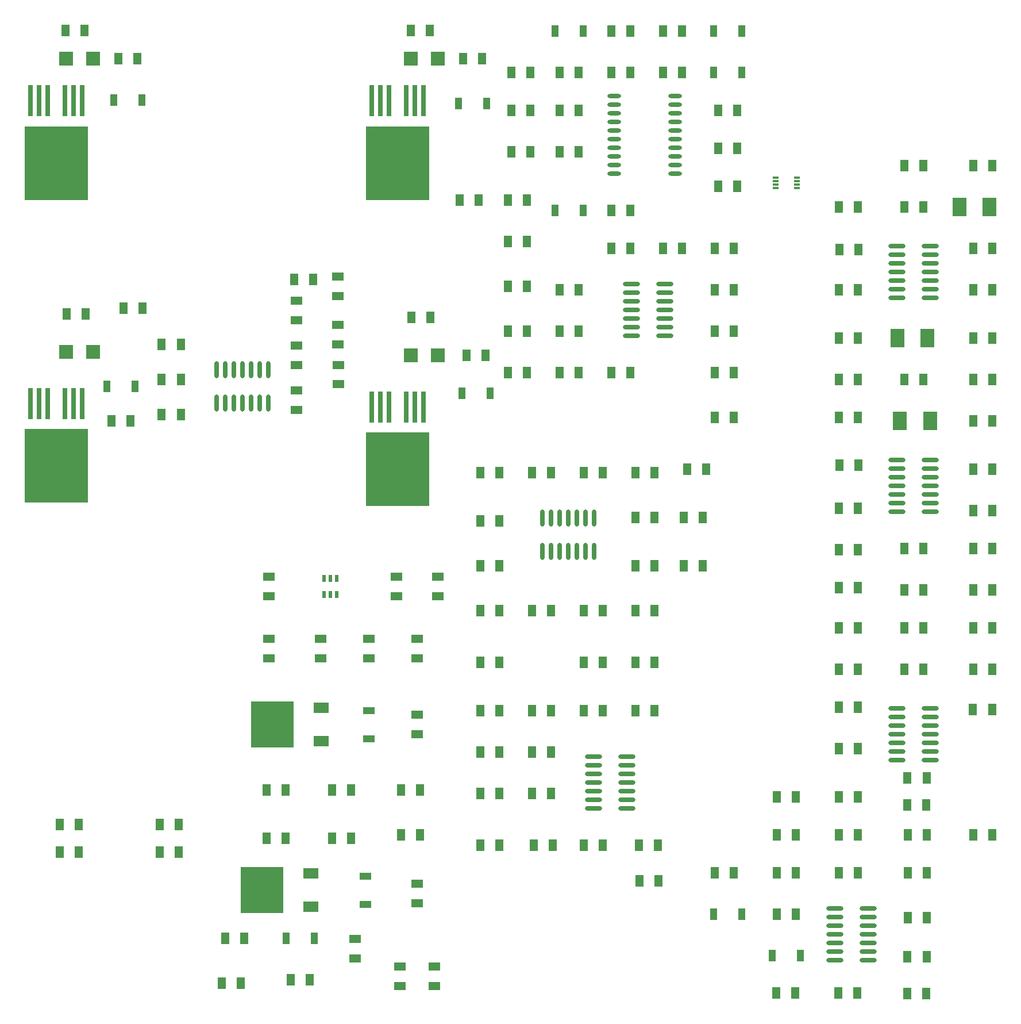
<source format=gtp>
G04*
G04 #@! TF.GenerationSoftware,Altium Limited,Altium Designer,18.0.7 (293)*
G04*
G04 Layer_Color=8421504*
%FSLAX44Y44*%
%MOMM*%
G71*
G01*
G75*
%ADD20R,1.2700X1.7780*%
%ADD21R,0.5500X1.1000*%
%ADD22R,6.2230X6.7310*%
%ADD23R,2.2606X1.5240*%
%ADD24O,2.5000X0.7000*%
%ADD25O,0.7000X2.5000*%
%ADD26O,2.0000X0.6000*%
%ADD27R,0.8500X0.3000*%
%ADD28R,1.7780X1.2700*%
%ADD29R,9.4000X10.8000*%
%ADD30R,0.8000X4.6000*%
%ADD31R,1.1200X1.7200*%
%ADD32R,2.1590X2.7432*%
%ADD33R,1.7200X1.1200*%
%ADD34R,2.0000X2.0000*%
D20*
X1263680Y218440D02*
D03*
X1235680D02*
D03*
X1263680Y274320D02*
D03*
X1235680D02*
D03*
X942140Y206580D02*
D03*
X970140D02*
D03*
X1365280Y274320D02*
D03*
X1337280D02*
D03*
X1336994Y358159D02*
D03*
X1364994D02*
D03*
X1364398Y318286D02*
D03*
X1336398D02*
D03*
X1433490Y458899D02*
D03*
X1461490D02*
D03*
X1337280Y152400D02*
D03*
X1365280D02*
D03*
X1364978Y95068D02*
D03*
X1336978D02*
D03*
X1461800Y274320D02*
D03*
X1433800D02*
D03*
X1337280Y218440D02*
D03*
X1365280D02*
D03*
X1144240Y274320D02*
D03*
X1172240D02*
D03*
X1360200Y518160D02*
D03*
X1332200D02*
D03*
X1235680Y401320D02*
D03*
X1263680D02*
D03*
Y518160D02*
D03*
X1235680D02*
D03*
X1143466Y41185D02*
D03*
X1171466D02*
D03*
X1336774Y40577D02*
D03*
X1364774D02*
D03*
X1234758Y41241D02*
D03*
X1262757D02*
D03*
X1263680Y579120D02*
D03*
X1235680D02*
D03*
X1172240Y218440D02*
D03*
X1144240D02*
D03*
X1052800D02*
D03*
X1080800D02*
D03*
X1332200Y1259840D02*
D03*
X1360200D02*
D03*
X1461800Y579120D02*
D03*
X1433800D02*
D03*
X1461800Y635000D02*
D03*
X1433800D02*
D03*
X1461800Y695960D02*
D03*
X1433800D02*
D03*
Y812800D02*
D03*
X1461800D02*
D03*
Y883920D02*
D03*
X1433800D02*
D03*
X1235680Y1076960D02*
D03*
X1263680D02*
D03*
Y1005840D02*
D03*
X1235680D02*
D03*
X1332200Y635000D02*
D03*
X1360200D02*
D03*
Y579120D02*
D03*
X1332200D02*
D03*
X1461800Y1005840D02*
D03*
X1433800D02*
D03*
X1360200Y944880D02*
D03*
X1332200D02*
D03*
X1235680Y889000D02*
D03*
X1263680D02*
D03*
X1235680Y755650D02*
D03*
X1263680D02*
D03*
X1332200Y1198880D02*
D03*
X1360200D02*
D03*
X1263680Y638810D02*
D03*
X1235680D02*
D03*
X887760Y807720D02*
D03*
X859760D02*
D03*
X963960D02*
D03*
X935960D02*
D03*
X735360D02*
D03*
X707360D02*
D03*
X963960Y741680D02*
D03*
X935960D02*
D03*
X811560Y807720D02*
D03*
X783560D02*
D03*
X963960Y604520D02*
D03*
X935960D02*
D03*
X735360Y528320D02*
D03*
X707360D02*
D03*
X935960Y670560D02*
D03*
X963960D02*
D03*
X735360Y604520D02*
D03*
X707360D02*
D03*
X1035080Y670560D02*
D03*
X1007080D02*
D03*
X887760Y604520D02*
D03*
X859760D02*
D03*
X735360Y736600D02*
D03*
X707360D02*
D03*
Y396240D02*
D03*
X735360D02*
D03*
X811560Y457200D02*
D03*
X783560D02*
D03*
X887760Y259080D02*
D03*
X859760D02*
D03*
X963960Y457200D02*
D03*
X935960D02*
D03*
X707360D02*
D03*
X735360D02*
D03*
X935960Y528320D02*
D03*
X963960D02*
D03*
X783560Y396240D02*
D03*
X811560D02*
D03*
X941040Y259080D02*
D03*
X969040D02*
D03*
X814608D02*
D03*
X786608D02*
D03*
X735360D02*
D03*
X707360D02*
D03*
X735360Y335280D02*
D03*
X707360D02*
D03*
X887760Y457200D02*
D03*
X859760D02*
D03*
X618520Y274320D02*
D03*
X590520D02*
D03*
X331440Y121920D02*
D03*
X359440D02*
D03*
X516920Y269240D02*
D03*
X488920D02*
D03*
X681960Y1417320D02*
D03*
X709960D02*
D03*
X201960D02*
D03*
X173960D02*
D03*
X687040Y980440D02*
D03*
X715040D02*
D03*
X191800Y883920D02*
D03*
X163800D02*
D03*
X605436Y1458692D02*
D03*
X633436D02*
D03*
X124013Y1458694D02*
D03*
X96013D02*
D03*
X1085880Y1285240D02*
D03*
X1057880D02*
D03*
X461040Y1092200D02*
D03*
X433040D02*
D03*
X209834Y1050036D02*
D03*
X181834D02*
D03*
X1004600Y1397000D02*
D03*
X976600D02*
D03*
X1004600Y1457960D02*
D03*
X976600D02*
D03*
X125760Y1041400D02*
D03*
X97760D02*
D03*
X605760Y1036320D02*
D03*
X633760D02*
D03*
X237998Y893318D02*
D03*
X265998D02*
D03*
X237998Y944880D02*
D03*
X265998D02*
D03*
X1052800Y1137920D02*
D03*
X1080800D02*
D03*
X1004600D02*
D03*
X976600D02*
D03*
X1012160Y812800D02*
D03*
X1040160D02*
D03*
X1080800Y889000D02*
D03*
X1052800D02*
D03*
X824200Y955040D02*
D03*
X852200D02*
D03*
X748000D02*
D03*
X776000D02*
D03*
X1052800D02*
D03*
X1080800D02*
D03*
X776000Y1209040D02*
D03*
X748000D02*
D03*
X900400Y955040D02*
D03*
X928400D02*
D03*
X776000Y1016000D02*
D03*
X748000D02*
D03*
X852200D02*
D03*
X824200D02*
D03*
X1080800D02*
D03*
X1052800D02*
D03*
X704880Y1209040D02*
D03*
X676880D02*
D03*
X427960Y60960D02*
D03*
X455960D02*
D03*
X1433800Y1259840D02*
D03*
X1461800D02*
D03*
X354360Y55880D02*
D03*
X326360D02*
D03*
X1172240Y157480D02*
D03*
X1144240D02*
D03*
X1263680Y462280D02*
D03*
X1235680D02*
D03*
X1172240Y330200D02*
D03*
X1144240D02*
D03*
X1263680D02*
D03*
X1235680D02*
D03*
X1264950Y1136650D02*
D03*
X1236950D02*
D03*
X1433800Y518160D02*
D03*
X1461800D02*
D03*
Y751840D02*
D03*
X1433800D02*
D03*
X1235680Y944880D02*
D03*
X1263680D02*
D03*
Y1198880D02*
D03*
X1235680D02*
D03*
X1264950Y819150D02*
D03*
X1236950D02*
D03*
X1461800Y1076960D02*
D03*
X1433800D02*
D03*
X1360200Y695960D02*
D03*
X1332200D02*
D03*
X1433800Y944880D02*
D03*
X1461800D02*
D03*
Y1137920D02*
D03*
X1433800D02*
D03*
X1263680Y694690D02*
D03*
X1235680D02*
D03*
X707360Y670560D02*
D03*
X735360D02*
D03*
X1035080Y741680D02*
D03*
X1007080D02*
D03*
X783560Y604520D02*
D03*
X811560D02*
D03*
X783560Y335280D02*
D03*
X811560D02*
D03*
X859760Y528320D02*
D03*
X887760D02*
D03*
X618520Y340360D02*
D03*
X590520D02*
D03*
X488920D02*
D03*
X516920D02*
D03*
X392400D02*
D03*
X420400D02*
D03*
X392400Y269240D02*
D03*
X420400D02*
D03*
X824200Y1076960D02*
D03*
X852200D02*
D03*
X262920Y248920D02*
D03*
X234920D02*
D03*
X262920Y289560D02*
D03*
X234920D02*
D03*
X87600D02*
D03*
X115600D02*
D03*
X87600Y248920D02*
D03*
X115600D02*
D03*
X900400Y1397000D02*
D03*
X928400D02*
D03*
X900400Y1457960D02*
D03*
X928400D02*
D03*
X1057880Y1341120D02*
D03*
X1085880D02*
D03*
X237998Y996442D02*
D03*
X265998D02*
D03*
X852200Y1280160D02*
D03*
X824200D02*
D03*
X852200Y1341120D02*
D03*
X824200D02*
D03*
X852200Y1397000D02*
D03*
X824200D02*
D03*
X753080Y1280160D02*
D03*
X781080D02*
D03*
X753080Y1341120D02*
D03*
X781080D02*
D03*
X753080Y1397000D02*
D03*
X781080D02*
D03*
X900400Y1193800D02*
D03*
X928400D02*
D03*
X900400Y1137920D02*
D03*
X928400D02*
D03*
X1057880Y1229360D02*
D03*
X1085880D02*
D03*
X1080800Y1076960D02*
D03*
X1052800D02*
D03*
X776000Y1082040D02*
D03*
X748000D02*
D03*
X776000Y1148080D02*
D03*
X748000D02*
D03*
D21*
X476910Y652080D02*
D03*
X495910D02*
D03*
X486410D02*
D03*
X476910Y628080D02*
D03*
X495910D02*
D03*
X486410D02*
D03*
D22*
X401320Y436880D02*
D03*
X386080Y193040D02*
D03*
D23*
X472948Y461518D02*
D03*
Y412242D02*
D03*
X457708Y217678D02*
D03*
Y168402D02*
D03*
D24*
X1230260Y166370D02*
D03*
Y153670D02*
D03*
Y140970D02*
D03*
Y128270D02*
D03*
Y115570D02*
D03*
Y102870D02*
D03*
Y90170D02*
D03*
X1279260Y166370D02*
D03*
Y153670D02*
D03*
Y140970D02*
D03*
Y128270D02*
D03*
Y115570D02*
D03*
Y102870D02*
D03*
Y90170D02*
D03*
X1321700Y461010D02*
D03*
Y448310D02*
D03*
Y435610D02*
D03*
Y422910D02*
D03*
Y410210D02*
D03*
Y397510D02*
D03*
Y384810D02*
D03*
X1370700Y461010D02*
D03*
Y448310D02*
D03*
Y435610D02*
D03*
Y422910D02*
D03*
Y410210D02*
D03*
Y397510D02*
D03*
Y384810D02*
D03*
X1321700Y826770D02*
D03*
Y814070D02*
D03*
Y801370D02*
D03*
Y788670D02*
D03*
Y775970D02*
D03*
Y763270D02*
D03*
Y750570D02*
D03*
X1370700Y826770D02*
D03*
Y814070D02*
D03*
Y801370D02*
D03*
Y788670D02*
D03*
Y775970D02*
D03*
Y763270D02*
D03*
Y750570D02*
D03*
X1321700Y1141730D02*
D03*
Y1129030D02*
D03*
Y1116330D02*
D03*
Y1103630D02*
D03*
Y1090930D02*
D03*
Y1078230D02*
D03*
Y1065530D02*
D03*
X1370700Y1141730D02*
D03*
Y1129030D02*
D03*
Y1116330D02*
D03*
Y1103630D02*
D03*
Y1090930D02*
D03*
Y1078230D02*
D03*
Y1065530D02*
D03*
X874660Y389890D02*
D03*
Y377190D02*
D03*
Y364490D02*
D03*
Y351790D02*
D03*
Y339090D02*
D03*
Y326390D02*
D03*
Y313690D02*
D03*
X923660Y389890D02*
D03*
Y377190D02*
D03*
Y364490D02*
D03*
Y351790D02*
D03*
Y339090D02*
D03*
Y326390D02*
D03*
Y313690D02*
D03*
X930540Y1085850D02*
D03*
Y1073150D02*
D03*
Y1060450D02*
D03*
Y1047750D02*
D03*
Y1035050D02*
D03*
Y1022350D02*
D03*
Y1009650D02*
D03*
X979540Y1085850D02*
D03*
Y1073150D02*
D03*
Y1060450D02*
D03*
Y1047750D02*
D03*
Y1035050D02*
D03*
Y1022350D02*
D03*
Y1009650D02*
D03*
D25*
X798830Y691780D02*
D03*
X811530D02*
D03*
X824230D02*
D03*
X836930D02*
D03*
X849630D02*
D03*
X862330D02*
D03*
X875030D02*
D03*
X798830Y740780D02*
D03*
X811530D02*
D03*
X824230D02*
D03*
X836930D02*
D03*
X849630D02*
D03*
X862330D02*
D03*
X875030D02*
D03*
X394970Y959220D02*
D03*
X382270D02*
D03*
X369570D02*
D03*
X356870D02*
D03*
X344170D02*
D03*
X331470D02*
D03*
X318770D02*
D03*
X394970Y910220D02*
D03*
X382270D02*
D03*
X369570D02*
D03*
X356870D02*
D03*
X344170D02*
D03*
X331470D02*
D03*
X318770D02*
D03*
D26*
X994960Y1248410D02*
D03*
Y1261110D02*
D03*
Y1273810D02*
D03*
Y1286510D02*
D03*
Y1299210D02*
D03*
Y1311910D02*
D03*
Y1324610D02*
D03*
Y1337310D02*
D03*
Y1350010D02*
D03*
Y1362710D02*
D03*
X904960Y1248410D02*
D03*
Y1261110D02*
D03*
Y1273810D02*
D03*
Y1286510D02*
D03*
Y1299210D02*
D03*
Y1311910D02*
D03*
Y1324610D02*
D03*
Y1337310D02*
D03*
Y1350010D02*
D03*
Y1362710D02*
D03*
D27*
X1142490Y1226940D02*
D03*
Y1231940D02*
D03*
Y1236940D02*
D03*
Y1241940D02*
D03*
X1173990D02*
D03*
Y1236940D02*
D03*
Y1231940D02*
D03*
Y1226940D02*
D03*
D28*
X614680Y562640D02*
D03*
Y534640D02*
D03*
X396240Y654080D02*
D03*
Y626080D02*
D03*
Y562640D02*
D03*
Y534640D02*
D03*
X497840Y1024920D02*
D03*
Y996920D02*
D03*
X436880Y900400D02*
D03*
Y928400D02*
D03*
Y966440D02*
D03*
Y994440D02*
D03*
X589280Y80040D02*
D03*
Y52040D02*
D03*
X640080D02*
D03*
Y80040D02*
D03*
X614680Y450880D02*
D03*
Y422880D02*
D03*
Y201960D02*
D03*
Y173960D02*
D03*
X645160Y626080D02*
D03*
Y654080D02*
D03*
X543560Y562640D02*
D03*
Y534640D02*
D03*
X584200Y654080D02*
D03*
Y626080D02*
D03*
X472440Y562640D02*
D03*
Y534640D02*
D03*
X523240Y92680D02*
D03*
Y120680D02*
D03*
X497840Y1068040D02*
D03*
Y1096040D02*
D03*
X498094Y965738D02*
D03*
Y937738D02*
D03*
X436880Y1032480D02*
D03*
Y1060480D02*
D03*
D29*
X82577Y1263650D02*
D03*
X585470D02*
D03*
X82546Y818030D02*
D03*
X585470Y812800D02*
D03*
D30*
X107977Y1355150D02*
D03*
X95277D02*
D03*
X69877D02*
D03*
X57177D02*
D03*
X44477D02*
D03*
X120677D02*
D03*
X610870D02*
D03*
X598170D02*
D03*
X572770D02*
D03*
X560070D02*
D03*
X547370D02*
D03*
X623570D02*
D03*
X107946Y909530D02*
D03*
X95246D02*
D03*
X69846D02*
D03*
X57146D02*
D03*
X44446D02*
D03*
X120646D02*
D03*
X610870Y904300D02*
D03*
X598170D02*
D03*
X572770D02*
D03*
X560070D02*
D03*
X547370D02*
D03*
X623570D02*
D03*
D31*
X1092630Y157480D02*
D03*
X1051130D02*
D03*
X1178990Y96520D02*
D03*
X1137490D02*
D03*
X462710Y121920D02*
D03*
X421210D02*
D03*
X716710Y1351280D02*
D03*
X675210D02*
D03*
X208710Y1356360D02*
D03*
X167210D02*
D03*
X721790Y924560D02*
D03*
X680290D02*
D03*
X198550Y934720D02*
D03*
X157050D02*
D03*
X1051130Y1397000D02*
D03*
X1092630D02*
D03*
Y1457960D02*
D03*
X1051130D02*
D03*
X858950D02*
D03*
X817450D02*
D03*
X858950Y1193800D02*
D03*
X817450D02*
D03*
D32*
X1370330Y883920D02*
D03*
X1325880D02*
D03*
X1322070Y1005840D02*
D03*
X1366520D02*
D03*
X1413510Y1198880D02*
D03*
X1457960D02*
D03*
D33*
X543560Y416130D02*
D03*
Y457630D02*
D03*
X538480Y172290D02*
D03*
Y213790D02*
D03*
D34*
X96840Y1417320D02*
D03*
X136840D02*
D03*
X604840D02*
D03*
X644840D02*
D03*
X96840Y985520D02*
D03*
X136840D02*
D03*
X604840Y980440D02*
D03*
X644840D02*
D03*
M02*

</source>
